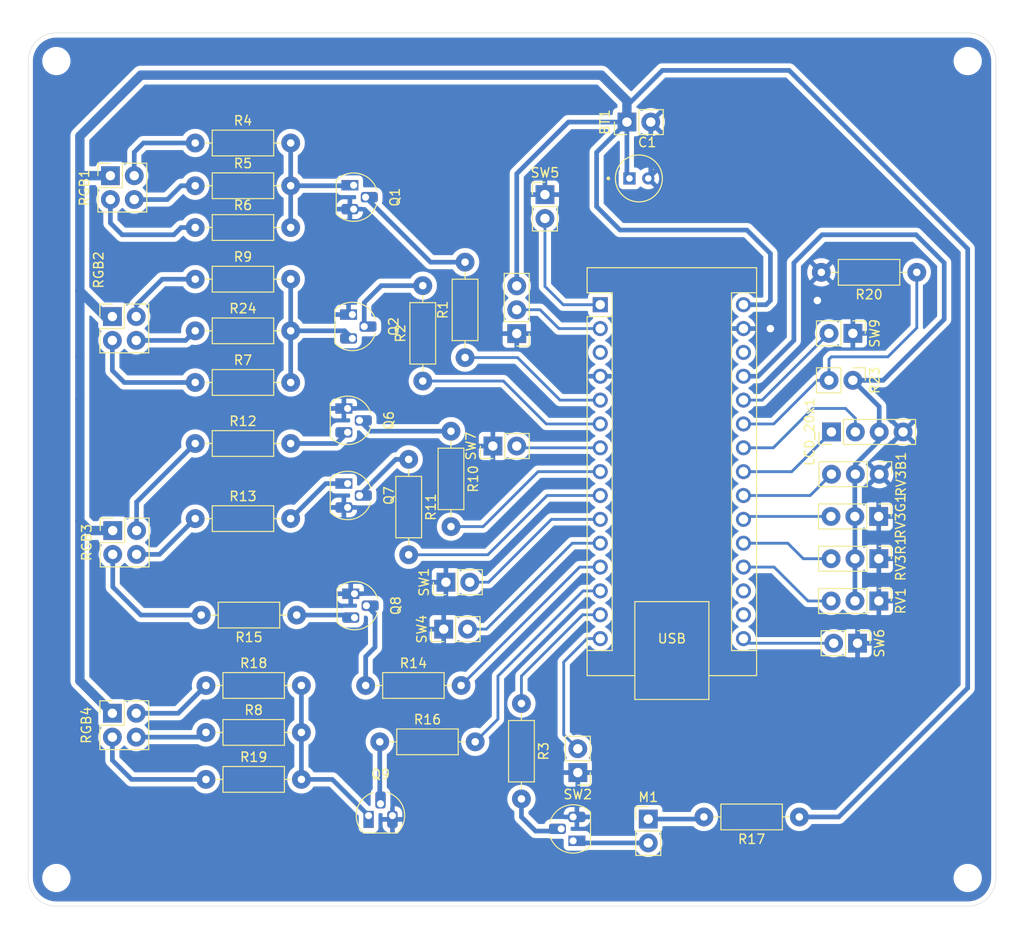
<source format=kicad_pcb>
(kicad_pcb (version 20240108) (generator "pcbnew") (generator_version "8.0")
  (layers (0 "F.Cu" signal) (31 "B.Cu" power) (34 "B.Paste" user) (35 "F.Paste" user) (36 "B.SilkS" user "B.Silkscreen") (37 "F.SilkS" user "F.Silkscreen") (38 "B.Mask" user) (39 "F.Mask" user) (44 "Edge.Cuts" user))
  (net 0 "")
  (net 2 "R3B enable")
  (net 3 "C_button_1")
  (net 4 "R2-enable")
  (net 5 "+5V")
  (net 6 "MC_signal")
  (net 7 "GND")
  (net 8 "R2_S1")
  (net 9 "R3-R")
  (net 11 "MD_light_enable")
  (net 12 "R3R enable")
  (net 14 "SDA")
  (net 15 "R2_S2")
  (net 16 "C_button_3")
  (net 17 "R1-enable")
  (net 18 "R1-D")
  (net 20 "SCL")
  (net 21 "LDR")
  (net 22 "C_button_2")
  (net 23 "R3-G")
  (net 24 "R3_S1")
  (net 25 "R3G enable")
  (net 26 "fan switch")
  (net 27 "VCC")
  (net 28 "R3-B")
  (net 29 "Net-(Q1-C)")
  (net 30 "Net-(Q1-B)")
  (net 31 "Net-(Q2-C)")
  (net 32 "Net-(Q2-B)")
  (net 33 "Net-(M1--)")
  (net 34 "Net-(Q3-B)")
  (net 35 "Net-(Q6-B)")
  (net 36 "Net-(Q6-C)")
  (net 37 "Net-(Q7-C)")
  (net 38 "Net-(Q7-B)")
  (net 39 "Net-(Q8-C)")
  (net 40 "Net-(Q8-B)")
  (net 41 "Net-(Q9-B)")
  (net 42 "Net-(Q9-C)")
  (net 43 "fan enable")
  (net 44 "Net-(RGB1-R)")
  (net 45 "Net-(RGB1-G)")
  (net 46 "Net-(RGB1-B)")
  (net 47 "Net-(RGB2-R)")
  (net 48 "Net-(RGB4-G)")
  (net 49 "Net-(RGB2-B)")
  (net 50 "Net-(RGB3-R)")
  (net 51 "Net-(RGB3-G)")
  (net 52 "Net-(RGB3-B)")
  (net 53 "Net-(M1-+)")
  (net 54 "Net-(RGB4-R)")
  (net 55 "Net-(RGB4-B)")
  (net 56 "Net-(RGB2-G)")
  (footprint "Resistor_THT:R_Axial_DIN0207_L6.3mm_D2.5mm_P10.16mm_Horizontal" (layer "F.Cu") (at 38.28 46.23)
    (property "Reference" "R9" (at 5.08 -2.37 0) (layer "F.SilkS"))
    (property "Value" "300")
    (pad "1" thru_hole circle (at 0 0) (size 2 2) (drill 0.8) (layers "*.Cu" "*.Mask") (net 49 "Net-(RGB2-B)"))
    (pad "2" thru_hole circle (at 10.16 0) (size 2 2) (drill 0.8) (layers "*.Cu" "*.Mask") (net 31 "Net-(Q2-C)"))
  )
  (footprint "Connector_PinSocket_2.54mm:PinSocket_2x02_P2.54mm_Vertical" (layer "F.Cu") (at 29.25 35.21 90)
    (property "Reference" "RGB1" (at -1.27 -2.77 90) (layer "F.SilkS"))
    (property "Value" "FD-5WSRGB-A")
    (pad "1" thru_hole rect (at 0 0 90) (size 2 2) (drill 1) (layers "*.Cu" "*.Mask") (net 27 "VCC"))
    (pad "2" thru_hole circle (at -2.54 0 90) (size 2 2) (drill 1) (layers "*.Cu" "*.Mask") (net 46 "Net-(RGB1-B)"))
    (pad "3" thru_hole circle (at 0 2.54 90) (size 2 2) (drill 1) (layers "*.Cu" "*.Mask") (net 44 "Net-(RGB1-R)"))
    (pad "4" thru_hole circle (at -2.54 2.54 90) (size 2 2) (drill 1) (layers "*.Cu" "*.Mask") (net 45 "Net-(RGB1-G)"))
  )
  (footprint "Resistor_THT:R_Axial_DIN0207_L6.3mm_D2.5mm_P10.16mm_Horizontal" (layer "F.Cu") (at 38.28 57.23)
    (property "Reference" "R7" (at 5.08 -2.37 0) (layer "F.SilkS"))
    (property "Value" "360")
    (pad "1" thru_hole circle (at 0 0) (size 2 2) (drill 0.8) (layers "*.Cu" "*.Mask") (net 47 "Net-(RGB2-R)"))
    (pad "2" thru_hole circle (at 10.16 0) (size 2 2) (drill 0.8) (layers "*.Cu" "*.Mask") (net 31 "Net-(Q2-C)"))
  )
  (footprint "Connector_PinSocket_2.54mm:PinSocket_2x02_P2.54mm_Vertical" (layer "F.Cu") (at 29.46 92.46 90)
    (property "Reference" "RGB4" (at -1.27 -2.77 90) (layer "F.SilkS"))
    (property "Value" "FD-5WSRGB-A")
    (pad "1" thru_hole rect (at 0 0 90) (size 2 2) (drill 1) (layers "*.Cu" "*.Mask") (net 27 "VCC"))
    (pad "2" thru_hole circle (at -2.54 0 90) (size 2 2) (drill 1) (layers "*.Cu" "*.Mask") (net 55 "Net-(RGB4-B)"))
    (pad "3" thru_hole circle (at 0 2.54 90) (size 2 2) (drill 1) (layers "*.Cu" "*.Mask") (net 54 "Net-(RGB4-R)"))
    (pad "4" thru_hole circle (at -2.54 2.54 90) (size 2 2) (drill 1) (layers "*.Cu" "*.Mask") (net 48 "Net-(RGB4-G)"))
  )
  (footprint "Package_TO_SOT_THT:TO-92_HandSolder" (layer "F.Cu") (at 78.5 106.04 90)
    (property "Reference" "Q3")
    (property "Value" "BC547")
    (pad "1" thru_hole rect (at 0 0 90) (size 1.1 1.8) (drill 0.75 (offset 0 0.4)) (layers "*.Cu" "*.Mask") (net 33 "Net-(M1--)"))
    (pad "2" thru_hole roundrect (at 1.27 -1.27 90) (size 1.1 1.8) (drill 0.75 (offset 0 -0.4)) (layers "*.Cu" "*.Mask") (net 34 "Net-(Q3-B)"))
    (pad "3" thru_hole roundrect (at 2.54 0 90) (size 1.1 1.8) (drill 0.75 (offset 0 0.4)) (layers "*.Cu" "*.Mask") (net 7 "GND"))
  )
  (footprint "Connector_PinHeader_2.54mm:PinHeader_1x02_P2.54mm_Vertical" (layer "F.Cu") (at 108.775 85 -90)
    (property "Reference" "SW6" (at 0 -2.33 90) (layer "F.SilkS"))
    (property "Value" "SW_SPST")
    (pad "1" thru_hole rect (at 0 0 270) (size 2 2) (drill 1) (layers "*.Cu" "*.Mask") (net 7 "GND"))
    (pad "2" thru_hole oval (at 0 2.54 270) (size 2 2) (drill 1) (layers "*.Cu" "*.Mask") (net 26 "fan switch"))
  )
  (footprint "Connector_PinHeader_2.54mm:PinHeader_1x02_P2.54mm_Vertical" (layer "F.Cu") (at 86.5 103.725)
    (property "Reference" "M1" (at 0 -2.33 0) (layer "F.SilkS"))
    (property "Value" "Fan")
    (pad "1" thru_hole rect (at 0 0) (size 2 2) (drill 1) (layers "*.Cu" "*.Mask") (net 53 "Net-(M1-+)"))
    (pad "2" thru_hole circle (at 0 2.54) (size 2 2) (drill 1) (layers "*.Cu" "*.Mask") (net 33 "Net-(M1--)"))
  )
  (footprint "Resistor_THT:R_Axial_DIN0207_L6.3mm_D2.5mm_P10.16mm_Horizontal" (layer "F.Cu") (at 115.08 45.5 180)
    (property "Reference" "R20" (at 5.08 -2.37 0) (layer "F.SilkS"))
    (property "Value" "10k")
    (pad "1" thru_hole circle (at 0 0 180) (size 2 2) (drill 0.8) (layers "*.Cu" "*.Mask") (net 21 "LDR"))
    (pad "2" thru_hole circle (at 10.16 0 180) (size 2 2) (drill 0.8) (layers "*.Cu" "*.Mask") (net 7 "GND"))
  )
  (footprint "Connector_PinHeader_2.54mm:PinHeader_1x02_P2.54mm_Vertical" (layer "F.Cu") (at 84.225 29.5 90)
    (property "Reference" "BT1" (at 0 -2.33 90) (layer "F.SilkS"))
    (property "Value" "9V")
    (pad "1" thru_hole rect (at 0 0 90) (size 2 2) (drill 1) (layers "*.Cu" "*.Mask") (net 27 "VCC"))
    (pad "2" thru_hole circle (at 0 2.54 90) (size 2 2) (drill 1) (layers "*.Cu" "*.Mask") (net 7 "GND"))
  )
  (footprint "Resistor_THT:R_Axial_DIN0207_L6.3mm_D2.5mm_P10.16mm_Horizontal" (layer "F.Cu") (at 38.28 40.73)
    (property "Reference" "R6" (at 5.08 -2.37 0) (layer "F.SilkS"))
    (property "Value" "300")
    (pad "1" thru_hole circle (at 0 0) (size 2 2) (drill 0.8) (layers "*.Cu" "*.Mask") (net 46 "Net-(RGB1-B)"))
    (pad "2" thru_hole circle (at 10.16 0) (size 2 2) (drill 0.8) (layers "*.Cu" "*.Mask") (net 29 "Net-(Q1-C)"))
  )
  (footprint "Resistor_THT:R_Axial_DIN0207_L6.3mm_D2.5mm_P10.16mm_Horizontal" (layer "F.Cu") (at 38.28 51.73)
    (property "Reference" "R24" (at 5.08 -2.37 0) (layer "F.SilkS"))
    (property "Value" "300")
    (pad "1" thru_hole circle (at 0 0) (size 2 2) (drill 0.8) (layers "*.Cu" "*.Mask") (net 56 "Net-(RGB2-G)"))
    (pad "2" thru_hole circle (at 10.16 0) (size 2 2) (drill 0.8) (layers "*.Cu" "*.Mask") (net 31 "Net-(Q2-C)"))
  )
  (footprint "Connector_PinHeader_2.54mm:PinHeader_1x03_P2.54mm_Vertical" (layer "F.Cu") (at 111.08 67 -90)
    (property "Reference" "RV3B1" (at 0 -2.33 90) (layer "F.SilkS"))
    (property "Value" "10k")
    (pad "1" thru_hole circle (at 0 0 270) (size 2 2) (drill 1) (layers "*.Cu" "*.Mask") (net 7 "GND"))
    (pad "2" thru_hole circle (at 0 5.08 270) (size 2 2) (drill 1) (layers "*.Cu" "*.Mask") (net 28 "R3-B"))
    (pad "3" thru_hole circle (at 0 2.54 270) (size 2 2) (drill 1) (layers "*.Cu" "*.Mask") (net 5 "+5V"))
  )
  (footprint "Package_TO_SOT_THT:TO-92_HandSolder" (layer "F.Cu") (at 56.73 103.36)
    (property "Reference" "Q9" (at 1.27 -4.4 0) (layer "F.SilkS"))
    (property "Value" "BC547C")
    (pad "1" thru_hole rect (at 0 0) (size 1.1 1.8) (drill 0.75 (offset 0 0.4)) (layers "*.Cu" "*.Mask") (net 42 "Net-(Q9-C)"))
    (pad "2" thru_hole roundrect (at 1.27 -1.27) (size 1.1 1.8) (drill 0.75 (offset 0 -0.4)) (layers "*.Cu" "*.Mask") (net 41 "Net-(Q9-B)"))
    (pad "3" thru_hole roundrect (at 2.54 0) (size 1.1 1.8) (drill 0.75 (offset 0 0.4)) (layers "*.Cu" "*.Mask") (net 7 "GND"))
  )
  (footprint "Connector_PinHeader_2.54mm:PinHeader_1x04_P2.54mm_Vertical" (layer "F.Cu") (at 106 62.5 90)
    (property "Reference" "LCD_20x1" (at 0 -2.33 90) (layer "F.SilkS"))
    (property "Value" "~")
    (pad "1" thru_hole rect (at 0 0 90) (size 2 2) (drill 1) (layers "*.Cu" "*.Mask") (net 14 "SDA"))
    (pad "2" thru_hole circle (at 0 2.54 90) (size 2 2) (drill 1) (layers "*.Cu" "*.Mask") (net 20 "SCL"))
    (pad "3" thru_hole circle (at 0 5.08 90) (size 2 2) (drill 1) (layers "*.Cu" "*.Mask") (net 5 "+5V"))
    (pad "4" thru_hole circle (at 0 7.62 90) (size 2 2) (drill 1) (layers "*.Cu" "*.Mask") (net 7 "GND"))
  )
  (footprint "MountingHole:MountingHole_2.2mm_M2" (layer "F.Cu") (at 120.5 23)
    (property "Reference" "H1")
    (property "Value" "MountingHole")
    (pad "" np_thru_hole circle (at 0 0) (size 2.2 2.2) (drill 2.2) (layers "*.Cu" "*.Mask"))
  )
  (footprint "Connector_PinHeader_2.54mm:PinHeader_1x02_P2.54mm_Vertical" (layer "F.Cu") (at 64.725 83.5 90)
    (property "Reference" "SW4" (at 0 -2.33 90) (layer "F.SilkS"))
    (property "Value" "SW_Push")
    (pad "1" thru_hole rect (at 0 0 90) (size 2 2) (drill 1) (layers "*.Cu" "*.Mask") (net 7 "GND"))
    (pad "2" thru_hole circle (at 0 2.54 90) (size 2 2) (drill 1) (layers "*.Cu" "*.Mask") (net 22 "C_button_2"))
  )
  (footprint "Connector_PinHeader_2.54mm:PinHeader_1x02_P2.54mm_Vertical" (layer "F.Cu") (at 64.96 78.5 90)
    (property "Reference" "SW1" (at 0 -2.33 90) (layer "F.SilkS"))
    (property "Value" "SW_SPST")
    (pad "1" thru_hole rect (at 0 0 90) (size 2 2) (drill 1) (layers "*.Cu" "*.Mask") (net 7 "GND"))
    (pad "2" thru_hole circle (at 0 2.54 90) (size 2 2) (drill 1) (layers "*.Cu" "*.Mask") (net 8 "R2_S1"))
  )
  (footprint "Package_TO_SOT_THT:TO-92_HandSolder" (layer "F.Cu") (at 54.5 60 -90)
    (property "Reference" "Q6" (at 1.27 -4.4 90) (layer "F.SilkS"))
    (property "Value" "BC547C")
    (pad "1" thru_hole rect (at 0 0 270) (size 1.1 1.8) (drill 0.75 (offset 0 0.4)) (layers "*.Cu" "*.Mask") (net 7 "GND"))
    (pad "2" thru_hole roundrect (at 1.27 -1.27 270) (size 1.1 1.8) (drill 0.75 (offset 0 -0.4)) (layers "*.Cu" "*.Mask") (net 35 "Net-(Q6-B)"))
    (pad "3" thru_hole roundrect (at 2.54 0 270) (size 1.1 1.8) (drill 0.75 (offset 0 0.4)) (layers "*.Cu" "*.Mask") (net 36 "Net-(Q6-C)"))
  )
  (footprint "Resistor_THT:R_Axial_DIN0207_L6.3mm_D2.5mm_P10.16mm_Horizontal" (layer "F.Cu") (at 62.5 57.08 90)
    (property "Reference" "R2" (at 5.08 -2.37 90) (layer "F.SilkS"))
    (property "Value" "15k")
    (pad "1" thru_hole circle (at 0 0 90) (size 2 2) (drill 0.8) (layers "*.Cu" "*.Mask") (net 17 "R1-enable"))
    (pad "2" thru_hole circle (at 10.16 0 90) (size 2 2) (drill 0.8) (layers "*.Cu" "*.Mask") (net 32 "Net-(Q2-B)"))
  )
  (footprint "Connector_PinSocket_2.54mm:PinSocket_2x02_P2.54mm_Vertical" (layer "F.Cu") (at 29.5 73 90)
    (property "Reference" "RGB3" (at -1.27 -2.77 90) (layer "F.SilkS"))
    (property "Value" "FD-5WSRGB-A")
    (pad "1" thru_hole rect (at 0 0 90) (size 2 2) (drill 1) (layers "*.Cu" "*.Mask") (net 27 "VCC"))
    (pad "2" thru_hole circle (at -2.54 0 90) (size 2 2) (drill 1) (layers "*.Cu" "*.Mask") (net 52 "Net-(RGB3-B)"))
    (pad "3" thru_hole circle (at 0 2.54 90) (size 2 2) (drill 1) (layers "*.Cu" "*.Mask") (net 50 "Net-(RGB3-R)"))
    (pad "4" thru_hole circle (at -2.54 2.54 90) (size 2 2) (drill 1) (layers "*.Cu" "*.Mask") (net 51 "Net-(RGB3-G)"))
  )
  (footprint "Resistor_THT:R_Axial_DIN0207_L6.3mm_D2.5mm_P10.16mm_Horizontal" (layer "F.Cu") (at 67 54.58 90)
    (property "Reference" "R1" (at 5.08 -2.37 90) (layer "F.SilkS"))
    (property "Value" "15k")
    (pad "1" thru_hole circle (at 0 0 90) (size 2 2) (drill 0.8) (layers "*.Cu" "*.Mask") (net 4 "R2-enable"))
    (pad "2" thru_hole circle (at 10.16 0 90) (size 2 2) (drill 0.8) (layers "*.Cu" "*.Mask") (net 30 "Net-(Q1-B)"))
  )
  (footprint "Connector_PinHeader_2.54mm:PinHeader_1x02_P2.54mm_Vertical" (layer "F.Cu") (at 108.275 57 -90)
    (property "Reference" "R23" (at 0 -2.33 90) (layer "F.SilkS"))
    (property "Value" "LDR03")
    (pad "1" thru_hole circle (at 0 0 270) (size 2 2) (drill 1) (layers "*.Cu" "*.Mask") (net 5 "+5V"))
    (pad "2" thru_hole circle (at 0 2.54 270) (size 2 2) (drill 1) (layers "*.Cu" "*.Mask") (net 21 "LDR"))
  )
  (footprint "Connector_PinHeader_2.54mm:PinHeader_1x03_P2.54mm_Vertical" (layer "F.Cu") (at 111.04 76 -90)
    (property "Reference" "RV3R1" (at 0 -2.33 90) (layer "F.SilkS"))
    (property "Value" "10k")
    (pad "1" thru_hole rect (at 0 0 270) (size 2 2) (drill 1) (layers "*.Cu" "*.Mask") (net 7 "GND"))
    (pad "2" thru_hole oval (at 0 5.08 270) (size 2 2) (drill 1) (layers "*.Cu" "*.Mask") (net 9 "R3-R"))
    (pad "3" thru_hole oval (at 0 2.54 270) (size 2 2) (drill 1) (layers "*.Cu" "*.Mask") (net 5 "+5V"))
  )
  (footprint "Package_TO_SOT_THT:TO-92_HandSolder" (layer "F.Cu") (at 54.5 68 -90)
    (property "Reference" "Q7" (at 1.27 -4.4 90) (layer "F.SilkS"))
    (property "Value" "BC547C")
    (pad "1" thru_hole rect (at 0 0 270) (size 1.1 1.8) (drill 0.75 (offset 0 0.4)) (layers "*.Cu" "*.Mask") (net 37 "Net-(Q7-C)"))
    (pad "2" thru_hole roundrect (at 1.27 -1.27 270) (size 1.1 1.8) (drill 0.75 (offset 0 -0.4)) (layers "*.Cu" "*.Mask") (net 38 "Net-(Q7-B)"))
    (pad "3" thru_hole roundrect (at 2.54 0 270) (size 1.1 1.8) (drill 0.75 (offset 0 0.4)) (layers "*.Cu" "*.Mask") (net 7 "GND"))
  )
  (footprint "Package_TO_SOT_THT:TO-92_HandSolder" (layer "F.Cu") (at 55.14 36.23 -90)
    (property "Reference" "Q1" (at 1.27 -4.4 -90) (layer "F.SilkS"))
    (property "Value" "BC547C")
    (pad "1" thru_hole rect (at 0 0 270) (size 1.1 1.8) (drill 0.75 (offset 0 0.4)) (layers "*.Cu" "*.Mask") (net 29 "Net-(Q1-C)"))
    (pad "2" thru_hole roundrect (at 1.27 -1.27 270) (size 1.1 1.8) (drill 0.75 (offset 0 -0.4)) (layers "*.Cu" "*.Mask") (net 30 "Net-(Q1-B)"))
    (pad "3" thru_hole roundrect (at 2.54 0 270) (size 1.1 1.8) (drill 0.75 (offset 0 0.4)) (layers "*.Cu" "*.Mask") (net 7 "GND"))
  )
  (footprint "Connector_PinSocket_2.54mm:PinSocket_2x02_P2.54mm_Vertical" (layer "F.Cu") (at 29.46 50.21 90)
    (property "Reference" "RGB2" (at 4.96 -1.46 90) (layer "F.SilkS"))
    (property "Value" "FD-5WSRGB-A")
    (pad "1" thru_hole rect (at 0 0 90) (size 2 2) (drill 1) (layers "*.Cu" "*.Mask") (net 27 "VCC"))
    (pad "2" thru_hole oval (at -2.54 0 90) (size 2 2) (drill 1) (layers "*.Cu" "*.Mask") (net 47 "Net-(RGB2-R)"))
    (pad "3" thru_hole circle (at 0 2.54 90) (size 2 2) (drill 1) (layers "*.Cu" "*.Mask") (net 49 "Net-(RGB2-B)"))
    (pad "4" thru_hole circle (at -2.54 2.54 90) (size 2 2) (drill 1) (layers "*.Cu" "*.Mask") (net 56 "Net-(RGB2-G)"))
  )
  (footprint "Resistor_THT:R_Axial_DIN0207_L6.3mm_D2.5mm_P10.16mm_Horizontal" (layer "F.Cu") (at 61 65.42 -90)
    (property "Reference" "R11" (at 5.08 -2.37 90) (layer "F.SilkS"))
    (property "Value" "45k")
    (pad "1" thru_hole circle (at 0 0 270) (size 2 2) (drill 0.8) (layers "*.Cu" "*.Mask") (net 38 "Net-(Q7-B)"))
    (pad "2" thru_hole circle (at 10.16 0 270) (size 2 2) (drill 0.8) (layers "*.Cu" "*.Mask") (net 25 "R3G enable"))
  )
  (footprint "Connector_PinHeader_2.54mm:PinHeader_1x03_P2.54mm_Vertical" (layer "F.Cu") (at 111.025 71.5 -90)
    (property "Reference" "RV3G1" (at 0 -2.33 90) (layer "F.SilkS"))
    (property "Value" "10k")
    (pad "1" thru_hole rect (at 0 0 270) (size 2 2) (drill 1) (layers "*.Cu" "F.Mask") (net 7 "GND"))
    (pad "2" thru_hole circle (at 0 5.08 270) (size 2 2) (drill 1) (layers "*.Cu" "*.Mask") (net 23 "R3-G"))
    (pad "3" thru_hole circle (at 0 2.54 270) (size 2 2) (drill 1) (layers "*.Cu" "*.Mask") (net 5 "+5V"))
  )
  (footprint "Resistor_THT:R_Axial_DIN0207_L6.3mm_D2.5mm_P10.16mm_Horizontal" (layer "F.Cu") (at 38.28 71.73)
    (property "Reference" "R13" (at 5.08 -2.37 0) (layer "F.SilkS"))
    (property "Value" "300")
    (pad "1" thru_hole circle (at 0 0) (size 2 2) (drill 0.8) (layers "*.Cu" "*.Mask") (net 51 "Net-(RGB3-G)"))
    (pad "2" thru_hole circle (at 10.16 0) (size 2 2) (drill 0.8) (layers "*.Cu" "*.Mask") (net 37 "Net-(Q7-C)"))
  )
  (footprint "Resistor_THT:R_Axial_DIN0207_L6.3mm_D2.5mm_P10.16mm_Horizontal" (layer "F.Cu") (at 102.58 103.5 180)
    (property "Reference" "R17" (at 5.08 -2.37 0) (layer "F.SilkS"))
    (property "Value" "52")
    (pad "1" thru_hole circle (at 0 0 180) (size 2 2) (drill 0.8) (layers "*.Cu" "*.Mask") (net 27 "VCC"))
    (pad "2" thru_hole circle (at 10.16 0 180) (size 2 2) (drill 0.8) (layers "*.Cu" "*.Mask") (net 53 "Net-(M1-+)"))
  )
  (footprint "Connector_PinHeader_2.54mm:PinHeader_1x02_P2.54mm_Vertical" (layer "F.Cu") (at 79 98.775 180)
    (property "Reference" "SW2" (at 0 -2.33 0) (layer "F.SilkS"))
    (property "Value" "SW_SPST")
    (pad "1" thru_hole rect (at 0 0 180) (size 2 2) (drill 1) (layers "*.Cu" "*.Mask") (net 7 "GND"))
    (pad "2" thru_hole circle (at 0 2.54 180) (size 2 2) (drill 1) (layers "*.Cu" "*.Mask") (net 15 "R2_S2"))
  )
  (footprint "MountingHole:MountingHole_2.2mm_M2" (layer "F.Cu") (at 23.5 110)
    (property "Reference" "H3")
    (property "Value" "MountingHole")
    (pad "" np_thru_hole circle (at 0 0) (size 2.2 2.2) (drill 2.2) (layers "*.Cu" "*.Mask"))
  )
  (footprint "MountingHole:MountingHole_2.2mm_M2" (layer "F.Cu") (at 23.5 23)
    (property "Reference" "H4")
    (property "Value" "MountingHole")
    (pad "" np_thru_hole circle (at 0 0) (size 2.2 2.2) (drill 2.2) (layers "*.Cu" "*.Mask"))
  )
  (footprint "Resistor_THT:R_Axial_DIN0207_L6.3mm_D2.5mm_P10.16mm_Horizontal" (layer "F.Cu") (at 49.08 82 180)
    (property "Reference" "R15" (at 5.08 -2.37 0) (layer "F.SilkS"))
    (property "Value" "300")
    (pad "1" thru_hole circle (at 0 0 180) (size 2 2) (drill 0.8) (layers "*.Cu" "*.Mask") (net 39 "Net-(Q8-C)"))
    (pad "2" thru_hole circle (at 10.16 0 180) (size 2 2) (drill 0.8) (layers "*.Cu" "*.Mask") (net 52 "Net-(RGB3-B)"))
  )
  (footprint "Resistor_THT:R_Axial_DIN0207_L6.3mm_D2.5mm_P10.16mm_Horizontal" (layer "F.Cu") (at 65.5 62.42 -90)
    (property "Reference" "R10" (at 5.08 -2.37 90) (layer "F.SilkS"))
    (property "Value" "45k")
    (pad "1" thru_hole circle (at 0 0 270) (size 2 2) (drill 0.8) (layers "*.Cu" "*.Mask") (net 35 "Net-(Q6-B)"))
    (pad "2" thru_hole circle (at 10.16 0 270) (size 2 2) (drill 0.8) (layers "*.Cu" "*.Mask") (net 12 "R3R enable"))
  )
  (footprint "Resistor_THT:R_Axial_DIN0207_L6.3mm_D2.5mm_P10.16mm_Horizontal" (layer "F.Cu") (at 39.42 99.5)
    (property "Reference" "R19" (at 5.08 -2.37 0) (layer "F.SilkS"))
    (property "Value" "300")
    (pad "1" thru_hole circle (at 0 0) (size 2 2) (drill 0.8) (layers "*.Cu" "*.Mask") (net 55 "Net-(RGB4-B)"))
    (pad "2" thru_hole circle (at 10.16 0) (size 2 2) (drill 0.8) (layers "*.Cu" "*.Mask") (net 42 "Net-(Q9-C)"))
  )
  (footprint "Connector_PinHeader_2.54mm:PinHeader_1x03_P2.54mm_Vertical" (layer "F.Cu") (at 72.5 52.025 180)
    (property "Reference" "HC–SR505PIR1")
    (property "Value" "~")
    (pad "1" thru_hole rect (at 0 0 180) (size 2 2) (drill 1) (layers "*.Cu" "*.Mask") (net 7 "GND"))
    (pad "2" thru_hole circle (at 0 2.54 180) (size 2 2) (drill 1) (layers "*.Cu" "*.Mask") (net 6 "MC_signal"))
    (pad "3" thru_hole circle (at 0 5.08 180) (size 2 2) (drill 1) (layers "*.Cu" "*.Mask") (net 27 "VCC"))
  )
  (footprint "Connector_PinHeader_2.54mm:PinHeader_1x02_P2.54mm_Vertical" (layer "F.Cu") (at 75.5 37.225)
    (property "Reference" "SW5" (at 0 -2.33 0) (layer "F.SilkS"))
    (property "Value" "SW_Push")
    (pad "1" thru_hole rect (at 0 0) (size 2 2) (drill 1) (layers "*.Cu" "*.Mask") (net 7 "GND"))
    (pad "2" thru_hole circle (at 0 2.54) (size 2 2) (drill 1) (layers "*.Cu" "*.Mask") (net 3 "C_button_1"))
  )
  (footprint "Resistor_THT:R_Axial_DIN0207_L6.3mm_D2.5mm_P10.16mm_Horizontal" (layer "F.Cu") (at 57.92 95.5)
    (property "Reference" "R16" (at 5.08 -2.37 0) (layer "F.SilkS"))
    (property "Value" "15k")
    (pad "1" thru_hole circle (at 0 0) (size 2 2) (drill 0.8) (layers "*.Cu" "*.Mask") (net 41 "Net-(Q9-B)"))
    (pad "2" thru_hole circle (at 10.16 0) (size 2 2) (drill 0.8) (layers "*.Cu" "*.Mask") (net 11 "MD_light_enable"))
  )
  (footprint "Package_TO_SOT_THT:TO-92_HandSolder" (layer "F.Cu") (at 55.23 79.73 -90)
    (property "Reference" "Q8" (at 1.27 -4.4 90) (layer "F.SilkS"))
    (property "Value" "BC547C")
    (pad "1" thru_hole rect (at 0 0 270) (size 1.1 1.8) (drill 0.75 (offset 0 0.4)) (layers "*.Cu" "*.Mask") (net 7 "GND"))
    (pad "2" thru_hole roundrect (at 1.27 -1.27 270) (size 1.1 1.8) (drill 0.75 (offset 0 -0.4)) (layers "*.Cu" "*.Mask") (net 40 "Net-(Q8-B)"))
    (pad "3" thru_hole roundrect (at 2.54 0 270) (size 1.1 1.8) (drill 0.75 (offset 0 0.4)) (layers "*.Cu" "*.Mask") (net 39 "Net-(Q8-C)"))
  )
  (footprint "Resistor_THT:R_Axial_DIN0207_L6.3mm_D2.5mm_P10.16mm_Horizontal" (layer "F.Cu") (at 39.42 94.5)
    (property "Reference" "R8" (at 5.08 -2.37 0) (layer "F.SilkS"))
    (property "Value" "300")
    (pad "1" thru_hole circle (at 0 0) (size 2 2) (drill 0.8) (layers "*.Cu" "*.Mask") (net 48 "Net-(RGB4-G)"))
    (pad "2" thru_hole circle (at 10.16 0) (size 2 2) (drill 0.8) (layers "*.Cu" "*.Mask") (net 42 "Net-(Q9-C)"))
  )
  (footprint "Connector_PinHeader_2.54mm:PinHeader_1x02_P2.54mm_Vertical" (layer "F.Cu") (at 69.96 64 90)
    (property "Reference" "SW7" (at 0 -2.33 90) (layer "F.SilkS"))
    (property "Value" "SW_Push")
    (pad "1" thru_hole rect (at 0 0 90) (size 2 2) (drill 1) (layers "*.Cu" "B.Mask") (net 7 "GND"))
    (pad "2" thru_hole circle (at 0 2.54 90) (size 2 2) (drill 1) (layers "*.Cu" "*.Mask") (net 16 "C_button_3"))
  )
  (footprint "Resistor_THT:R_Axial_DIN0207_L6.3mm_D2.5mm_P10.16mm_Horizontal" (layer "F.Cu") (at 38.28 63.73)
    (property "Reference" "R12" (at 5.08 -2.37 0) (layer "F.SilkS"))
    (property "Value" "360")
    (pad "1" thru_hole circle (at 0 0) (size 2 2) (drill 0.8) (layers "*.Cu" "*.Mask") (net 50 "Net-(RGB3-R)"))
    (pad "2" thru_hole circle (at 10.16 0) (size 2 2) (drill 0.8) (layers "*.Cu" "*.Mask") (net 36 "Net-(Q6-C)"))
  )
  (footprint "Module:Arduino_Nano" (layer "F.Cu") (at 81.39 48.95)
    (property "Reference" "A1" (hide yes))
    (property "Value" "Arduino_Nano_v3.x")
    (fp_text user "USB" (at 7.62 35.56 0) (layer "F.SilkS"))
    (pad "1" thru_hole rect (at 0 0) (size 1.6 1.6) (drill 1) (layers "*.Cu" "*.Mask") (net 3 "C_button_1"))
    (pad "2" thru_hole oval (at 0 2.54) (size 1.6 1.6) (drill 1) (layers "*.Cu" "*.Mask") (net 6 "MC_signal"))
    (pad "3" thru_hole oval (at 0 5.08) (size 1.6 1.6) (drill 1) (layers "*.Cu" "*.Mask"))
    (pad "4" thru_hole oval (at 0 7.62) (size 1.6 1.6) (drill 1) (layers "*.Cu" "*.Mask") (net 7 "GND"))
    (pad "5" thru_hole oval (at 0 10.16) (size 1.6 1.6) (drill 1) (layers "*.Cu" "*.Mask") (net 4 "R2-enable"))
    (pad "6" thru_hole oval (at 0 12.7) (size 1.6 1.6) (drill 1) (layers "*.Cu" "*.Mask") (net 17 "R1-enable"))
    (pad "7" thru_hole oval (at 0 15.24) (size 1.6 1.6) (drill 1) (layers "*.Cu" "*.Mask") (net 16 "C_button_3"))
    (pad "8" thru_hole oval (at 0 17.78) (size 1.6 1.6) (drill 1) (layers "*.Cu" "*.Mask") (net 12 "R3R enable"))
    (pad "9" thru_hole oval (at 0 20.32) (size 1.6 1.6) (drill 1) (layers "*.Cu" "*.Mask") (net 25 "R3G enable"))
    (pad "10" thru_hole oval (at 0 22.86) (size 1.6 1.6) (drill 1) (layers "*.Cu" "*.Mask") (net 8 "R2_S1"))
    (pad "11" thru_hole oval (at 0 25.4) (size 1.6 1.6) (drill 1) (layers "*.Cu" "*.Mask") (net 22 "C_button_2"))
    (pad "12" thru_hole oval (at 0 27.94) (size 1.6 1.6) (drill 1) (layers "*.Cu" "*.Mask") (net 2 "R3B enable"))
    (pad "13" thru_hole oval (at 0 30.48) (size 1.6 1.6) (drill 1) (layers "*.Cu" "*.Mask") (net 11 "MD_light_enable"))
    (pad "14" thru_hole oval (at 0 33.02) (size 1.6 1.6) (drill 1) (layers "*.Cu" "*.Mask") (net 43 "fan enable"))
    (pad "15" thru_hole oval (at 0 35.56) (size 1.6 1.6) (drill 1) (layers "*.Cu" "*.Mask") (net 15 "R2_S2"))
    (pad "16" thru_hole oval (at 15.24 35.56) (size 1.6 1.6) (drill 1) (layers "*.Cu" "*.Mask") (net 26 "fan switch"))
    (pad "17" thru_hole oval (at 15.24 33.02) (size 1.6 1.6) (drill 1) (layers "*.Cu" "*.Mask"))
    (pad "18" thru_hole oval (at 15.24 30.48) (size 1.6 1.6) (drill 1) (layers "*.Cu" "*.Mask"))
    (pad "19" thru_hole oval (at 15.24 27.94) (size 1.6 1.6) (drill 1) (layers "*.Cu" "*.Mask") (net 18 "R1-D"))
    (pad "20" thru_hole oval (at 15.24 25.4) (size 1.6 1.6) (drill 1) (layers "*.Cu" "*.Mask") (net 9 "R3-R"))
    (pad "21" thru_hole oval (at 15.24 22.86) (size 1.6 1.6) (drill 1) (layers "*.Cu" "*.Mask") (net 23 "R3-G"))
    (pad "22" thru_hole oval (at 15.24 20.32) (size 1.6 1.6) (drill 1) (layers "*.Cu" "*.Mask") (net 28 "R3-B"))
    (pad "23" thru_hole oval (at 15.24 17.78) (size 1.6 1.6) (drill 1) (layers "*.Cu" "*.Mask") (net 14 "SDA"))
    (pad "24" thru_hole oval (at 15.24 15.24) (size 1.6 1.6) (drill 1) (layers "*.Cu" "*.Mask") (net 20 "SCL"))
    (pad "25" thru_hole oval (at 15.24 12.7) (size 1.6 1.6) (drill 1) (layers "*.Cu" "*.Mask") (net 21 "LDR"))
    (pad "26" thru_hole oval (at 15.24 10.16) (size 1.6 1.6) (drill 1) (layers "*.Cu" "*.Mask") (net 24 "R3_S1"))
    (pad "27" thru_hole oval (at 15.24 7.62) (size 1.6 1.6) (drill 1) (layers "*.Cu" "*.Mask") (net 5 "+5V"))
    (pad "28" thru_hole oval (at 15.24 5.08) (size 1.6 1.6) (drill 1) (layers "*.Cu" "*.Mask"))
    (pad "29" thru_hole oval (at 15.24 2.54) (size 1.6 1.6) (drill 1) (layers "*.Cu" "*.Mask") (net 7 "GND"))
    (pad "30" thru_hole oval (at 15.24 0) (size 1.6 1.6) (drill 1) (layers "*.Cu" "*.Mask") (net 27 "VCC"))
  )
  (footprint "Resistor_THT:R_Axial_DIN0207_L6.3mm_D2.5mm_P10.16mm_Horizontal" (layer "F.Cu") (at 39.42 89.5)
    (property "Reference" "R18" (at 5.08 -2.37 0) (layer "F.SilkS"))
    (property "Value" "360")
    (pad "1" thru_hole circle (at 0 0) (size 2 2) (drill 0.8) (layers "*.Cu" "*.Mask") (net 54 "Net-(RGB4-R)"))
    (pad "2" thru_hole circle (at 10.16 0) (size 2 2) (drill 0.8) (layers "*.Cu" "*.Mask") (net 42 "Net-(Q9-C)"))
  )
  (footprint "Resistor_THT:R_Axial_DIN0207_L6.3mm_D2.5mm_P10.16mm_Horizontal" (layer "F.Cu") (at 73 91.42 -90)
    (property "Reference" "R3" (at 5.08 -2.37 90) (layer "F.SilkS"))
    (property "Value" "7.5k")
    (pad "1" thru_hole circle (at 0 0 270) (size 2 2) (drill 0.8) (layers "*.Cu" "*.Mask") (net 43 "fan enable"))
    (pad "2" thru_hole circle (at 10.16 0 270) (size 2 2) (drill 0.8) (layers "*.Cu" "*.Mask") (net 34 "Net-(Q3-B)"))
  )
  (footprint "Connector_PinHeader_2.54mm:PinHeader_1x02_P2.54mm_Vertical" (layer "F.Cu") (at 108.275 52 -90)
    (property "Reference" "SW9" (at 0 -2.33 90) (layer "F.SilkS"))
    (property "Value" "SW_SPST")
    (pad "1" thru_hole rect (at 0 0 270) (size 2 2) (drill 1) (layers "*.Cu" "*.Mask") (net 7 "GND"))
    (pad "2" thru_hole circle (at 0 2.54 270) (size 2 2) (drill 1) (layers "*.Cu" "*.Mask") (net 24 "R3_S1"))
  )
  (footprint "Resistor_THT:R_Axial_DIN0207_L6.3mm_D2.5mm_P10.16mm_Horizontal" (layer "F.Cu") (at 38.28 31.73)
    (property "Reference" "R4" (at 5.08 -2.37 0) (layer "F.SilkS"))
    (property "Value" "360")
    (pad "1" thru_hole circle (at 0 0) (size 2 2) (drill 0.8) (layers "*.Cu" "*.Mask") (net 44 "Net-(RGB1-R)"))
    (pad "2" thru_hole circle (at 10.16 0) (size 2 2) (drill 0.8) (layers "*.Cu" "*.Mask") (net 29 "Net-(Q1-C)"))
  )
  (footprint "Library:CAPPRD200W45D500H500" (layer "F.Cu") (at 85.5 35.5)
    (property "Reference" "C1" (at 0.8833 -3.835 0) (layer "F.SilkS"))
    (property "Value" "4.7µF")
    (pad "" thru_hole circle (at 1 0) (size 1.3 1.3) (drill 0.7) (layers "*.Cu" "*.Mask") (net 7 "GND"))
    (pad "P" thru_hole rect (at -1 0) (size 1.3 1.3) (drill 0.7) (layers "*.Cu" "*.Mask" "Eco1.User") (net 27 "VCC"))
  )
  (footprint "Resistor_THT:R_Axial_DIN0207_L6.3mm_D2.5mm_P10.16mm_Horizontal" (layer "F.Cu") (at 56.42 89.5)
    (property "Reference" "R14" (at 5.08 -2.37 0) (layer "F.SilkS"))
    (property "Value" "45k")
    (pad "1" thru_hole circle (at 0 0) (size 2 2) (drill 0.8) (layers "*.Cu" "*.Mask") (net 40 "Net-(Q8-B)"))
    (pad "2" thru_hole circle (at 10.16 0) (size 2 2) (drill 0.8) (layers "*.Cu" "*.Mask") (net 2 "R3B enable"))
  )
  (footprint "MountingHole:MountingHole_2.2mm_M2" (layer "F.Cu") (at 120.5 110)
    (property "Reference" "H2")
    (property "Value" "MountingHole")
    (pad "" np_thru_hole circle (at 0 0) (size 2.2 2.2) (drill 2.2) (layers "*.Cu" "*.Mask"))
  )
  (footprint "Connector_PinHeader_2.54mm:PinHeader_1x03_P2.54mm_Vertical" (layer "F.Cu") (at 111.04 80.5 -90)
    (property "Reference" "RV1" (at 0 -2.33 90) (layer "F.SilkS"))
    (property "Value" "10k")
    (pad "1" thru_hole rect (at 0 0 270) (size 2 2) (drill 1) (layers "*.Cu" "*.Mask") (net 7 "GND"))
    (pad "2" thru_hole circle (at 0 5.08 270) (size 2 2) (drill 1) (layers "*.Cu" "*.Mask") (net 18 "R1-D"))
    (pad "3" thru_hole circle (at 0 2.54 270) (size 2 2) (drill 1) (layers "*.Cu" "*.Mask") (net 5 "+5V"))
  )
  (footprint "Package_TO_SOT_THT:TO-92_HandSolder" (layer "F.Cu") (at 55 50 -90)
    (property "Reference" "Q2" (at 1.27 -4.4 -90) (layer "F.SilkS"))
    (property "Value" "BC547C")
    (pad "1" thru_hole rect (at 0 0 270) (size 1.1 1.8) (drill 0.75 (offset 0 0.4)) (layers "*.Cu" "*.Mask") (net 7 "GND"))
    (pad "2" thru_hole roundrect (at 1.27 -1.27 270) (size 1.1 1.8) (drill 0.75 (offset 0 -0.4)) (layers "*.Cu" "*.Mask") (net 32 "Net-(Q2-B)"))
    (pad "2" thru_hole roundrect (at 2.54 0 270) (size 1.1 1.8) (drill 0.75 (offset 0 0.4)) (layers "*.Cu" "*.Mask") (net 31 "Net-(Q2-C)"))
  )
  (footprint "Resistor_THT:R_Axial_DIN0207_L6.3mm_D2.5mm_P10.16mm_Horizontal" (layer "F.Cu") (at 38.28 36.28)
    (property "Reference" "R5" (at 5.08 -2.37 0) (layer "F.SilkS"))
    (property "Value" "300")
    (pad "1" thru_hole circle (at 0 0) (size 2 2) (drill 0.8) (layers "*.Cu" "*.Mask") (net 45 "Net-(RGB1-G)"))
    (pad "2" thru_hole circle (at 10.16 0) (size 2 2) (drill 0.8) (layers "*.Cu" "*.Mask") (net 29 "Net-(Q1-C)"))
  )
  (gr_arc (start 120.5 20) (mid 122.62132 20.87868) (end 123.5 23) (stroke (width 0.05)) (layer "Edge.Cuts"))
  (gr_line (start 120.5 113) (end 23.5 113) (stroke (width 0.05)) (layer "Edge.Cuts"))
  (gr_arc (start 20.5 23) (mid 21.37868 20.87868) (end 23.5 20) (stroke (width 0.05)) (layer "Edge.Cuts"))
  (gr_line (start 123.5 110) (end 123.5 23) (stroke (width 0.05)) (layer "Edge.Cuts"))
  (gr_line (start 23.5 20) (end 120.5 20) (stroke (width 0.05)) (layer "Edge.Cuts"))
  (gr_arc (start 23.5 113) (mid 21.37868 112.12132) (end 20.5 110) (stroke (width 0.05)) (layer "Edge.Cuts"))
  (gr_line (start 20.5 23) (end 20.5 110) (stroke (width 0.05)) (layer "Edge.Cuts"))
  (gr_arc (start 123.5 110) (mid 122.62132 112.12132) (end 120.5 113) (stroke (width 0.05)) (layer "Edge.Cuts"))
  (segment (start 79.19 76.89) (end 81.39 76.89) (width 0.3) (layer "B.Cu") (net 2))
  (segment (start 66.58 89.5) (end 79.19 76.89) (width 0.3) (layer "B.Cu") (net 2))
  (segment (start 75.5 47) (end 75.5 39.765) (width 0.3) (layer "B.Cu") (net 3))
  (segment (start 81.39 48.95) (end 77.45 48.95) (width 0.3) (layer "B.Cu") (net 3))
  (segment (start 77.45 48.95) (end 75.5 47) (width 0.3) (layer "B.Cu") (net 3))
  (segment (start 72.58 54.58) (end 67 54.58) (width 0.3) (layer "B.Cu") (net 4))
  (segment (start 77.11 59.11) (end 72.58 54.58) (width 0.3) (layer "B.Cu") (net 4))
  (segment (start 81.39 59.11) (end 77.11 59.11) (width 0.3) (layer "B.Cu") (net 4))
  (segment (start 108.54 71.445) (end 108.485 71.5) (width 0.5) (layer "F.Cu") (net 5))
  (segment (start 108.485 75.985) (end 108.5 76) (width 0.5) (layer "F.Cu") (net 5))
  (segment (start 118 50.5) (end 111.5 57) (width 0.5) (layer "B.Cu") (net 5))
  (segment (start 96.63 56.57) (end 98.18 56.57) (width 0.5) (layer "B.Cu") (net 5))
  (segment (start 105 41.5) (end 115 41.5) (width 0.5) (layer "B.Cu") (net 5))
  (segment (start 108.485 71.5) (end 108.485 67.055) (width 0.5) (layer "B.Cu") (net 5))
  (segment (start 108.5 76) (end 108.5 71.515) (width 0.5) (layer "B.Cu") (net 5))
  (segment (start 102 44.5) (end 105 41.5) (width 0.5) (layer "B.Cu") (net 5))
  (segment (start 108.54 65.96) (end 108.54 67) (width 0.5) (layer "B.Cu") (net 5))
  (segment (start 98.18 56.57) (end 102 52.75) (width 0.5) (layer "B.Cu") (net 5))
  (segment (start 108.275 57) (end 111.08 59.805) (width 0.5) (layer "B.Cu") (net 5))
  (segment (start 108.5 71.515) (end 108.485 71.5) (width 0.5) (layer "B.Cu") (net 5))
  (segment (start 118 44.5) (end 118 50.5) (width 0.5) (layer "B.Cu") (net 5))
  (segment (start 111.08 59.805) (end 111.08 62.5) (width 0.5) (layer "B.Cu") (net 5))
  (segment (start 111.08 63.42) (end 108.54 65.96) (width 0.5) (layer "B.Cu") (net 5))
  (segment (start 108.5 80.5) (end 108.5 76) (width 0.5) (layer "B.Cu") (net 5))
  (segment (start 111.08 62.5) (end 111.08 63.42) (width 0.5) (layer "B.Cu") (net 5))
  (segment (start 102 52.75) (end 102 44.5) (width 0.5) (layer "B.Cu") (net 5))
  (segment (start 108.485 67.055) (end 108.54 67) (width 0.5) (layer "B.Cu") (net 5))
  (segment (start 111.5 57) (end 108.275 57) (width 0.5) (layer "B.Cu") (net 5))
  (segment (start 115 41.5) (end 118 44.5) (width 0.5) (layer "B.Cu") (net 5))
  (segment (start 76.99 51.49) (end 81.39 51.49) (width 0.3) (layer "B.Cu") (net 6))
  (segment (start 74.985 49.485) (end 76.99 51.49) (width 0.3) (layer "B.Cu") (net 6))
  (segment (start 72.5 49.485) (end 74.985 49.485) (width 0.3) (layer "B.Cu") (net 6))
  (segment (start 111.025 75.985) (end 111.04 76) (width 0.3) (layer "F.Cu") (net 7))
  (segment (start 110.5 81) (end 111 80.5) (width 0.3) (layer "F.Cu") (net 7))
  (segment (start 111 76.04) (end 111.04 76) (width 0.3) (layer "F.Cu") (net 7))
  (via (at 104.5 48.5) (size 1.6) (drill 0.8) (layers "F.Cu" "B.Cu") (net 7))
  (via (at 99.5 51.5) (size 1.6) (drill 0.8) (layers "F.Cu" "B.Cu") (net 7))
  (segment (start 86.765 35.235) (end 86.5 35.5) (width 0.5) (layer "B.Cu") (net 7))
  (segment (start 96.63 51.49) (end 99.49 51.49) (width 0.3) (layer "B.Cu") (net 7))
  (segment (start 99.49 51.49) (end 99.5 51.5) (width 0.3) (layer "B.Cu") (net 7))
  (segment (start 55.23 79.73) (end 55.48 79.48) (width 0.5) (layer "B.Cu") (net 7))
  (segment (start 78.5 103.5) (end 78.47 103.47) (width 0.5) (layer "B.Cu") (net 7))
  (segment (start 78.5 99.275) (end 79 98.775) (width 0.5) (layer "B.Cu") (net 7))
  (segment (start 54.5 60) (end 54.53 59.97) (width 0.5) (layer "B.Cu") (net 7))
  (segment (start 86.765 29.5) (end 86.765 35.235) (width 0.5) (layer "B.Cu") (net 7))
  (segment (start 67.225 78.235) (end 67.46 78) (width 0.5) (layer "F.Cu") (net 8))
  (segment (start 76.19 71.81) (end 81.39 71.81) (width 0.3) (layer "B.Cu") (net 8))
  (segment (start 69.5 78.5) (end 76.19 71.81) (width 0.3) (layer "B.Cu") (net 8))
  (segment (start 67.5 78.5) (end 69.5 78.5) (width 0.3) (layer "B.Cu") (net 8))
  (segment (start 67.225 78.235) (end 67.46 78) (width 0.5) (layer "B.Cu") (net 8))
  (segment (start 105.96 76) (end 103 76) (width 0.3) (layer "B.Cu") (net 9))
  (segment (start 101.35 74.35) (end 96.63 74.35) (width 0.3) (layer "B.Cu") (net 9))
  (segment (start 103 76) (end 101.35 74.35) (width 0.3) (layer "B.Cu") (net 9))
  (segment (start 70.5 93.08) (end 68.08 95.5) (width 0.3) (layer "B.Cu") (net 11))
  (segment (start 79.57 79.43) (end 70.5 88.5) (width 0.3) (layer "B.Cu") (net 11))
  (segment (start 70.5 88.5) (end 70.5 93.08) (width 0.3) (layer "B.Cu") (net 11))
  (segment (start 81.39 79.43) (end 79.57 79.43) (width 0.3) (layer "B.Cu") (net 11))
  (segment (start 65.5 72.58) (end 68.92 72.58) (width 0.3) (layer "B.Cu") (net 12))
  (segment (start 68.92 72.58) (end 74.77 66.73) (width 0.3) (layer "B.Cu") (net 12))
  (segment (start 74.77 66.73) (end 81.39 66.73) (width 0.3) (layer "B.Cu") (net 12))
  (segment (start 96.63 66.73) (end 101.77 66.73) (width 0.3) (layer "B.Cu") (net 14))
  (segment (start 101.77 66.73) (end 106 62.5) (width 0.3) (layer "B.Cu") (net 14))
  (segment (start 79.99 84.51) (end 81.39 84.51) (width 0.3) (layer "B.Cu") (net 15))
  (segment (start 79 96.235) (end 77.5 94.735) (width 0.3) (layer "B.Cu") (net 15))
  (segment (start 77.5 87) (end 79.99 84.51) (width 0.3) (layer "B.Cu") (net 15))
  (segment (start 77.5 94.735) (end 77.5 87) (width 0.3) (layer "B.Cu") (net 15))
  (segment (start 81.39 64.19) (end 72.69 64.19) (width 0.3) (layer "B.Cu") (net 16))
  (segment (start 72.69 64.19) (end 72.5 64) (width 0.3) (layer "B.Cu") (net 16))
  (segment (start 71.08 57.08) (end 75.65 61.65) (width 0.3) (layer "B.Cu") (net 17))
  (segment (start 75.65 61.65) (end 81.39 61.65) (width 0.3) (layer "B.Cu") (net 17))
  (segment (start 62.5 57.08) (end 71.08 57.08) (width 0.3) (layer "B.Cu") (net 17))
  (segment (start 105.96 80.5) (end 103.5 80.5) (width 0.3) (layer "B.Cu") (net 18))
  (segment (start 99.89 76.89) (end 96.63 76.89) (width 0.3) (layer "B.Cu") (net 18))
  (segment (start 103.5 80.5) (end 99.89 76.89) (width 0.3) (layer "B.Cu") (net 18))
  (segment (start 108.92 63) (end 108.92 62.92) (width 0.3) (layer "F.Cu") (net 20))
  (segment (start 104 60) (end 107.5 60) (width 0.3) (layer "B.Cu") (net 20))
  (segment (start 99.81 64.19) (end 104 60) (width 0.3) (layer "B.Cu") (net 20))
  (segment (start 108.54 61.04) (end 108.54 62.5) (width 0.3) (layer "B.Cu") (net 20))
  (segment (start 96.63 64.19) (end 99.81 64.19) (width 0.3) (layer "B.Cu") (net 20))
  (segment (start 107.5 60) (end 108.54 61.04) (width 0.3) (layer "B.Cu") (net 20))
  (segment (start 104.5 57) (end 99.85 61.65) (width 0.3) (layer "B.Cu") (net 21))
  (segment (start 115.08 51.42) (end 115.08 45.5) (width 0.3) (layer "B.Cu") (net 21))
  (segment (start 112 54.5) (end 106 54.5) (width 0.3) (layer "B.Cu") (net 21))
  (segment (start 112 54.5) (end 115.08 51.42) (width 0.3) (layer "B.Cu") (net 21))
  (segment (start 106 54.5) (end 105.735 54.765) (width 0.3) (layer "B.Cu") (net 21))
  (segment (start 105.735 57) (end 104.5 57) (width 0.3) (layer "B.Cu") (net 21))
  (segment (start 99.85 61.65) (end 96.63 61.65) (width 0.3) (layer "B.Cu") (net 21))
  (segment (start 105.735 54.765) (end 105.735 57) (width 0.3) (layer "B.Cu") (net 21))
  (segment (start 67.265 83.5) (end 69.265 83.5) (width 0.3) (layer "B.Cu") (net 22))
  (segment (start 78.415 74.35) (end 81.39 74.35) (width 0.3) (layer "B.Cu") (net 22))
  (segment (start 69.265 83.5) (end 78.415 74.35) (width 0.3) (layer "B.Cu") (net 22))
  (segment (start 96.94 71.5) (end 96.63 71.81) (width 0.3) (layer "F.Cu") (net 23))
  (segment (start 96.94 71.5) (end 96.63 71.81) (width 0.3) (layer "B.Cu") (net 23))
  (segment (start 105.945 71.5) (end 96.94 71.5) (width 0.3) (layer "B.Cu") (net 23))
  (segment (start 98.625 59.11) (end 105.735 52) (width 0.3) (layer "B.Cu") (net 24))
  (segment (start 96.63 59.11) (end 98.625 59.11) (width 0.3) (layer "B.Cu") (net 24))
  (segment (start 69.42 75.58) (end 61 75.58) (width 0.3) (layer "B.Cu") (net 25))
  (segment (start 75.73 69.27) (end 69.42 75.58) (width 0.3) (layer "B.Cu") (net 25))
  (segment (start 81.39 69.27) (end 75.73 69.27) (width 0.3) (layer "B.Cu") (net 25))
  (segment (start 97.12 85) (end 96.63 84.51) (width 0.3) (layer "F.Cu") (net 26))
  (segment (start 97.12 85) (end 96.63 84.51) (width 0.3) (layer "B.Cu") (net 26))
  (segment (start 106.235 85) (end 97.12 85) (width 0.3) (layer "B.Cu") (net 26))
  (segment (start 84.225 35.225) (end 84.5 35.5) (width 0.5) (layer "F.Cu") (net 27))
  (segment (start 29.46 50.21) (end 28.71 50.21) (width 1) (layer "F.Cu") (net 27))
  (segment (start 84.225 29.5) (end 84.1125 29.6125) (width 0.5) (layer "F.Cu") (net 27))
  (segment (start 26 54.5) (end 26 47.5) (width 1) (layer "B.Cu") (net 27))
  (segment (start 78 29.5) (end 84.225 29.5) (width 0.5) (layer "B.Cu") (net 27))
  (segment (start 27 73) (end 26 72) (width 1) (layer "B.Cu") (net 27))
  (segment (start 96.63 48.95) (end 99.05 48.95) (width 0.5) (layer "B.Cu") (net 27))
  (segment (start 26 59) (end 26 54.5) (width 1) (layer "B.Cu") (net 27))
  (segment (start 97 41) (end 83.5 41) (width 0.5) (layer "B.Cu") (net 27))
  (segment (start 28.71 50.21) (end 26 47.5) (width 1) (layer "B.Cu") (net 27))
  (segment (start 84.225 29.5) (end 84.225 35.225) (width 0.5) (layer "B.Cu") (net 27))
  (segment (start 84.225 35.225) (end 84.5 35.5) (width 0.5) (layer "B.Cu") (net 27))
  (segment (start 101.5 24) (end 88 24) (width 0.5) (layer "B.Cu") (net 27))
  (segment (start 81.5 24.5) (end 32.5 24.5) (width 1) (layer "B.Cu") (net 27))
  (segment (start 99.5 43.5) (end 97 41) (width 0.5) (layer "B.Cu") (net 27))
  (segment (start 88 24) (end 84.225 27.775) (width 0.5) (layer "B.Cu") (net 27))
  (segment (start 84.225 27.775) (end 84.225 28.775) (width 0.5) (layer "B.Cu") (net 27))
  (segment (start 29.5 73) (end 27 73) (width 1) (layer "B.Cu") (net 27))
  (segment (start 72.5 46.945) (end 72.5 35) (width 0.5) (layer "B.Cu") (net 27))
  (segment (start 29.46 92.46) (end 26 89) (width 1) (layer "B.Cu") (net 27))
  (segment (start 84.225 27.225) (end 81.5 24.5) (width 1) (layer "B.Cu") (net 27))
  (segment (start 26 72) (end 26 59) (width 1) (layer "B.Cu") (net 27))
  (segment (start 83.5 41) (end 81 38.5) (width 0.5) (layer "B.Cu") (net 27))
  (segment (start 81 32.725) (end 84.225 29.5) (width 0.5) (layer "B.Cu") (net 27))
  (segment (start 120.5 89.772032) (end 120.5 43) (width 0.5) (layer "B.Cu") (net 27))
  (segment (start 26 31) (end 26 47.5) (width 1) (layer "B.Cu") (net 27))
  (segment (start 99.5 48.5) (end 99.5 43.5) (width 0.5) (layer "B.Cu") (net 27))
  (segment (start 26 89) (end 26 72) (width 1) (layer "B.Cu") (net 27))
  (segment (start 102.58 103.5) (end 106.772032 103.5) (width 0.5) (layer "B.Cu") (net 27))
  (segment (start 99.05 48.95) (end 99.5 48.5) (width 0.5) (layer "B.Cu") (net 27))
  (segment (start 84.225 29.5) (end 84.225 27.225) (width 1) (layer "B.Cu") (net 27))
  (segment (start 72.5 35) (end 78 29.5) (width 0.5) (layer "B.Cu") (net 27))
  (segment (start 120.5 43) (end 101.5 24) (width 0.5) (layer "B.Cu") (net 27))
  (segment (start 81 38.5) (end 81 32.725) (width 0.5) (layer "B.Cu") (net 27))
  (segment (start 106.772032 103.5) (end 120.5 89.772032) (width 0.5) (layer "B.Cu") (net 27))
  (segment (start 29.25 35.21) (end 26.21 35.21) (width 1) (layer "B.Cu") (net 27))
  (segment (start 32.5 24.5) (end 26 31) (width 1) (layer "B.Cu") (net 27))
  (segment (start 103.73 69.27) (end 106 67) (width 0.3) (layer "B.Cu") (net 28))
  (segment (start 96.63 69.27) (end 103.73 69.27) (width 0.3) (layer "B.Cu") (net 28))
  (segment (start 55.09 36.28) (end 55.14 36.23) (width 0.5) (layer "F.Cu") (net 29))
  (segment (start 48.44 40.73) (end 48.44 36.28) (width 0.5) (layer "B.Cu") (net 29))
  (segment (start 48.44 36.28) (end 55.09 36.28) (width 0.5) (layer "B.Cu") (net 29))
  (segment (start 48.44 31.73) (end 48.44 36.28) (width 0.5) (layer "B.Cu") (net 29))
  (segment (start 63.33 44.42) (end 67 44.42) (width 0.5) (layer "B.Cu") (net 30))
  (segment (start 56.41 37.5) (end 63.33 44.42) (width 0.5) (layer "B.Cu") (net 30))
  (segment (start 54.19 51.73) (end 55 52.54) (width 0.5) (layer "B.Cu") (net 31))
  (segment (start 48.44 57.23) (end 48.44 51.73) (width 0.5) (layer "B.Cu") (net 31))
  (segment (start 48.44 51.73) (end 54.19 51.73) (width 0.5) (layer "B.Cu") (net 31))
  (segment (start 48.44 51.73) (end 48.44 46.23) (width 0.5) (layer "B.Cu") (net 31))
  (segment (start 58.08 46.92) (end 56.27 48.73) (width 0.5) (layer "B.Cu") (net 32))
  (segment (start 62.5 46.92) (end 58.08 46.92) (width 0.5) (layer "B.Cu") (net 32))
  (segment (start 56.27 48.73) (end 56.27 51.27) (width 0.5) (layer "B.Cu") (net 32))
  (segment (start 78.5 106.04) (end 78.725 106.265) (width 0.5) (layer "F.Cu") (net 33))
  (segment (start 78.725 106.265) (end 86.5 106.265) (width 0.5) (layer "B.Cu") (net 33))
  (segment (start 77.23 104.77) (end 77 105) (width 0.5) (layer "F.Cu") (net 34))
  (segment (start 74.5 105) (end 73 103.5) (width 0.5) (layer "B.Cu") (net 34))
  (segment (start 77 105) (end 74.5 105) (width 0.5) (layer "B.Cu") (net 34))
  (segment (start 73 101.58) (end 73 103.5) (width 0.5) (layer "B.Cu") (net 34))
  (segment (start 65.5 62.42) (end 56.92 62.42) (width 0.5) (layer "B.Cu") (net 35))
  (segment (start 56.92 62.42) (end 55.77 61.27) (width 0.5) (layer "B.Cu") (net 35))
  (segment (start 48.44 63.73) (end 53.31 63.73) (width 0.5) (layer "B.Cu") (net 36))
  (segment (start 53.31 63.73) (end 54.5 62.54) (width 0.5) (layer "B.Cu") (net 36))
  (segment (start 48.44 71.73) (end 52.17 68) (width 0.5) (layer "B.Cu") (net 37))
  (segment (start 52.17 68) (end 54.5 68) (width 0.5) (layer "B.Cu") (net 37))
  (segment (start 59.62 65.42) (end 61 65.42) (width 0.5) (layer "B.Cu") (net 38))
  (segment (start 55.77 69.27) (end 59.62 65.42) (width 0.5) (layer "B.Cu") (net 38))
  (segment (start 54.96 82) (end 55.23 82.27) (width 0.5) (layer "F.Cu") (net 39))
  (segment (start 49.08 82) (end 54.96 82) (width 0.5) (layer "B.Cu") (net 39))
  (segment (start 57.42 85.42) (end 56.42 86.42) (width 0.5) (layer "B.Cu") (net 40))
  (segment (start 56.42 86.42) (end 56.42 89.5) (width 0.5) (layer "B.Cu") (net 40))
  (segment (start 57.42 81.92) (end 56.5 81) (width 0.5) (layer "B.Cu") (net 40))
  (segment (start 57.42 85.42) (end 57.42 81.92) (width 0.5) (layer "B.Cu") (net 40))
  (segment (start 58 102.09) (end 57.92 102.01) (width 0.5) (layer "F.Cu") (net 41))
  (segment (start 57.92 102.01) (end 57.92 95.5) (width 0.5) (layer "B.Cu") (net 41))
  (segment (start 49.58 94.5) (end 49.58 89.5) (width 0.5) (layer "B.Cu") (net 42))
  (segment (start 52.87 99.5) (end 49.58 99.5) (width 0.5) (layer "B.Cu") (net 42))
  (segment (start 49.58 99.5) (end 49.58 94.5) (width 0.5) (layer "B.Cu") (net 42))
  (segment (start 56.73 103.36) (end 52.87 99.5) (width 0.5) (layer "B.Cu") (net 42))
  (segment (start 73 88.5) (end 73 91.42) (width 0.3) (layer "B.Cu") (net 43))
  (segment (start 81.39 81.97) (end 79.53 81.97) (width 0.3) (layer "B.Cu") (net 43))
  (segment (start 79.53 81.97) (end 73 88.5) (width 0.3) (layer "B.Cu") (net 43))
  (segment (start 31.79 35.21) (end 31.79 32.71) (width 0.5) (layer "B.Cu") (net 44))
  (segment (start 32.77 31.73) (end 31.79 32.71) (width 0.5) (layer "B.Cu") (net 44))
  (segment (start 38.28 31.73) (end 32.77 31.73) (width 0.5) (layer "B.Cu") (net 44))
  (segment (start 36.78 36.28) (end 35.31 37.75) (width 0.5) (layer "B.Cu") (net 45))
  (segment (start 38.28 36.28) (end 36.78 36.28) (width 0.5) (layer "B.Cu") (net 45))
  (segment (start 35.31 37.75) (end 31.79 37.75) (width 0.5) (layer "B.Cu") (net 45))
  (segment (start 30.5 41.5) (end 36.01 41.5) (width 0.5) (layer "B.Cu") (net 46))
  (segment (start 36.78 40.73) (end 36.01 41.5) (width 0.5) (layer "B.Cu") (net 46))
  (segment (start 29.25 40.25) (end 30.5 41.5) (width 0.5) (layer "B.Cu") (net 46))
  (segment (start 38.28 40.73) (end 36.78 40.73) (width 0.5) (layer "B.Cu") (net 46))
  (segment (start 29.25 37.75) (end 29.25 40.25) (width 0.5) (layer "B.Cu") (net 46))
  (segment (start 29.46 55.96) (end 29.46 52.75) (width 0.5) (layer "B.Cu") (net 47))
  (segment (start 30.73 57.23) (end 29.46 55.96) (width 0.5) (layer "B.Cu") (net 47))
  (segment (start 38.28 57.23) (end 30.73 57.23) (width 0.5) (layer "B.Cu") (net 47))
  (segment (start 32 95) (end 38.92 95) (width 0.5) (layer "B.Cu") (net 48))
  (segment (start 38.28 46.23) (end 34.77 46.23) (width 0.5) (layer "B.Cu") (net 49))
  (segment (start 34.77 46.23) (end 32 49) (width 0.5) (layer "B.Cu") (net 49))
  (segment (start 32.04 69.96) (end 32.05 69.96) (width 0.5) (layer "B.Cu") (net 50))
  (segment (start 32.05 69.96) (end 38.28 63.73) (width 0.5) (layer "B.Cu") (net 50))
  (segment (start 32.04 73) (end 32.04 69.96) (width 0.5) (layer "B.Cu") (net 50))
  (segment (start 32.04 75.54) (end 34.47 75.54) (width 0.5) (layer "B.Cu") (net 51))
  (segment (start 34.47 75.54) (end 38.28 71.73) (width 0.5) (layer "B.Cu") (net 51))
  (segment (start 29.5 79) (end 29.5 75.54) (width 0.5) (layer "B.Cu") (net 52))
  (segment (start 32.5 82) (end 29.5 79) (width 0.5) (layer "B.Cu") (net 52))
  (segment (start 38.92 82) (end 32.5 82) (width 0.5) (layer "B.Cu") (net 52))
  (segment (start 92.195 103.725) (end 92.42 103.5) (width 0.5) (layer "F.Cu") (net 53))
  (segment (start 86.5 103.725) (end 92.195 103.725) (width 0.5) (layer "B.Cu") (net 53))
  (segment (start 32 92.46) (end 36.46 92.46) (width 0.5) (layer "B.Cu") (net 54))
  (segment (start 36.46 92.46) (end 39.42 89.5) (width 0.5) (layer "B.Cu") (net 54))
  (segment (start 39.42 99.5) (end 31.5 99.5) (width 0.5) (layer "B.Cu") (net 55))
  (segment (start 31.5 99.5) (end 29.46 97.46) (width 0.5) (layer "B.Cu") (net 55))
  (segment (start 29.46 97.46) (end 29.46 95) (width 0.5) (layer "B.Cu") (net 55))
  (segment (start 32 52.75) (end 37.26 52.75) (width 0.5) (layer "B.Cu") (net 56))
  (segment (start 37.26 52.75) (end 38.28 51.73) (width 0.5) (layer "B.Cu") (net 56))
  (zone (net 7) (net_name "GND") (layer "B.Cu") (connect_pads (clearance 0.5)) (min_thickness 0.25) (fill yes (thermal_gap 0.5) (thermal_bridge_width 0.5))
    (polygon (pts (xy 18 17) (xy 126.5 16.5) (xy 126.5 116.5) (xy 17.5 116)))
  )
)
</source>
